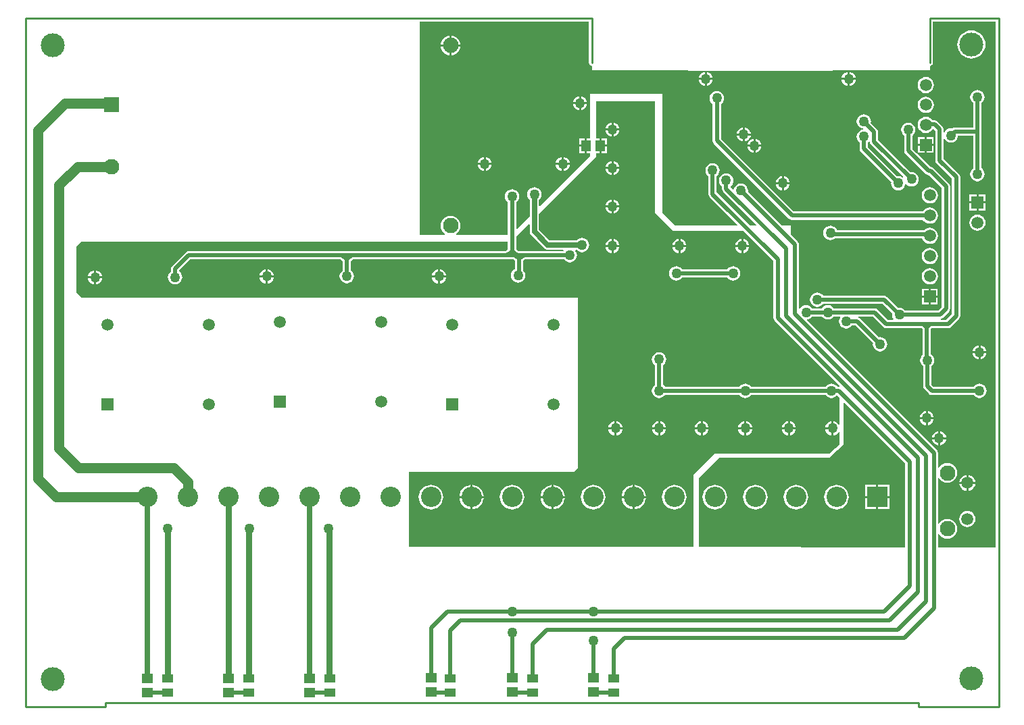
<source format=gbl>
G04*
G04 #@! TF.GenerationSoftware,Altium Limited,Altium Designer,20.0.2 (26)*
G04*
G04 Layer_Physical_Order=2*
G04 Layer_Color=16711680*
%FSLAX25Y25*%
%MOIN*%
G70*
G01*
G75*
%ADD11C,0.01000*%
%ADD48R,0.05512X0.04724*%
%ADD49R,0.04724X0.05512*%
%ADD51C,0.02000*%
%ADD53C,0.02500*%
%ADD54C,0.03150*%
%ADD55C,0.02953*%
%ADD58C,0.05937*%
%ADD59R,0.05937X0.05937*%
%ADD60R,0.05906X0.05906*%
%ADD61C,0.05906*%
%ADD62C,0.10039*%
%ADD63R,0.10039X0.10039*%
%ADD64C,0.07677*%
%ADD65R,0.07677X0.07677*%
%ADD66C,0.05898*%
%ADD67C,0.11811*%
%ADD68C,0.05000*%
%ADD69R,0.05709X0.04331*%
%ADD70C,0.05000*%
G36*
X605471Y209879D02*
X605117Y209526D01*
X577039Y209617D01*
Y216227D01*
X577539Y216313D01*
X578246Y215392D01*
X579257Y214616D01*
X580434Y214128D01*
X581697Y213962D01*
X582960Y214128D01*
X584137Y214616D01*
X585148Y215392D01*
X585923Y216402D01*
X586411Y217579D01*
X586577Y218843D01*
X586411Y220106D01*
X585923Y221283D01*
X585148Y222293D01*
X584137Y223069D01*
X582960Y223557D01*
X581697Y223723D01*
X580434Y223557D01*
X579257Y223069D01*
X578246Y222293D01*
X577539Y221372D01*
X577039Y221458D01*
Y243825D01*
X577539Y243911D01*
X578246Y242990D01*
X579257Y242214D01*
X580434Y241727D01*
X581697Y241561D01*
X582960Y241727D01*
X584137Y242214D01*
X585148Y242990D01*
X585923Y244001D01*
X586411Y245178D01*
X586577Y246441D01*
X586411Y247704D01*
X585923Y248881D01*
X585148Y249892D01*
X584137Y250667D01*
X582960Y251155D01*
X581697Y251321D01*
X580434Y251155D01*
X579257Y250667D01*
X578246Y249892D01*
X577539Y248971D01*
X577039Y249057D01*
Y256386D01*
X576884Y257166D01*
X576442Y257828D01*
X512444Y321826D01*
X512605Y322299D01*
X512914Y322340D01*
X513765Y322693D01*
X514496Y323254D01*
X514847Y323711D01*
X519903D01*
X520254Y323254D01*
X520985Y322693D01*
X521836Y322340D01*
X522750Y322220D01*
X523664Y322340D01*
X524515Y322693D01*
X525246Y323254D01*
X525597Y323711D01*
X528661D01*
X528883Y323262D01*
X528693Y323015D01*
X528340Y322164D01*
X528220Y321250D01*
X528340Y320336D01*
X528693Y319485D01*
X529254Y318754D01*
X529985Y318193D01*
X530836Y317840D01*
X531750Y317720D01*
X532664Y317840D01*
X533515Y318193D01*
X534246Y318754D01*
X534597Y319211D01*
X536405D01*
X545045Y310571D01*
X544970Y310000D01*
X545090Y309086D01*
X545443Y308235D01*
X546004Y307504D01*
X546735Y306943D01*
X547586Y306590D01*
X548500Y306470D01*
X549414Y306590D01*
X550265Y306943D01*
X550996Y307504D01*
X551557Y308235D01*
X551910Y309086D01*
X552030Y310000D01*
X551910Y310914D01*
X551557Y311765D01*
X550996Y312496D01*
X550265Y313057D01*
X549414Y313410D01*
X548500Y313530D01*
X547929Y313455D01*
X538692Y322692D01*
X538030Y323134D01*
X537644Y323211D01*
X537693Y323711D01*
X544905D01*
X550058Y318558D01*
X550720Y318116D01*
X551500Y317961D01*
X569097D01*
X569461Y317597D01*
Y304655D01*
X569254Y304496D01*
X568693Y303765D01*
X568340Y302914D01*
X568220Y302000D01*
X568340Y301086D01*
X568693Y300235D01*
X569254Y299504D01*
X569711Y299153D01*
Y289250D01*
X569866Y288470D01*
X570308Y287808D01*
X572558Y285558D01*
X573220Y285116D01*
X574000Y284961D01*
X594653D01*
X595004Y284504D01*
X595735Y283943D01*
X596586Y283590D01*
X597500Y283470D01*
X598414Y283590D01*
X599265Y283943D01*
X599996Y284504D01*
X600557Y285235D01*
X600910Y286086D01*
X601030Y287000D01*
X600910Y287914D01*
X600557Y288765D01*
X599996Y289496D01*
X599265Y290057D01*
X598414Y290410D01*
X597500Y290530D01*
X596586Y290410D01*
X595735Y290057D01*
X595004Y289496D01*
X594653Y289039D01*
X574845D01*
X573789Y290095D01*
Y299153D01*
X574246Y299504D01*
X574807Y300235D01*
X575160Y301086D01*
X575280Y302000D01*
X575160Y302914D01*
X574807Y303765D01*
X574246Y304496D01*
X573539Y305039D01*
Y317597D01*
X573903Y317961D01*
X582000D01*
X582780Y318116D01*
X583442Y318558D01*
X587442Y322558D01*
X587884Y323220D01*
X588039Y324000D01*
Y392500D01*
X587884Y393280D01*
X587442Y393942D01*
X579789Y401595D01*
Y411441D01*
X580289Y411541D01*
X580373Y411338D01*
X580934Y410607D01*
X581665Y410046D01*
X582517Y409693D01*
X583430Y409573D01*
X584344Y409693D01*
X585196Y410046D01*
X585927Y410607D01*
X586488Y411338D01*
X586840Y412189D01*
X586942Y412961D01*
X594461D01*
Y396847D01*
X594004Y396496D01*
X593443Y395765D01*
X593090Y394914D01*
X592970Y394000D01*
X593090Y393086D01*
X593443Y392235D01*
X594004Y391504D01*
X594735Y390943D01*
X595586Y390590D01*
X596500Y390470D01*
X597414Y390590D01*
X598265Y390943D01*
X598996Y391504D01*
X599557Y392235D01*
X599910Y393086D01*
X600030Y394000D01*
X599910Y394914D01*
X599557Y395765D01*
X598996Y396496D01*
X598539Y396847D01*
Y415000D01*
Y429153D01*
X598996Y429504D01*
X599557Y430235D01*
X599910Y431086D01*
X600030Y432000D01*
X599910Y432914D01*
X599557Y433765D01*
X598996Y434496D01*
X598265Y435057D01*
X597414Y435410D01*
X596500Y435530D01*
X595586Y435410D01*
X594735Y435057D01*
X594004Y434496D01*
X593443Y433765D01*
X593090Y432914D01*
X592970Y432000D01*
X593090Y431086D01*
X593443Y430235D01*
X594004Y429504D01*
X594461Y429153D01*
Y417039D01*
X585328D01*
X584547Y416884D01*
X584050Y416552D01*
X583430Y416633D01*
X582517Y416513D01*
X581665Y416160D01*
X580934Y415599D01*
X580373Y414868D01*
X580289Y414665D01*
X579789Y414764D01*
Y416250D01*
X579634Y417030D01*
X579192Y417692D01*
X576942Y419942D01*
X576280Y420384D01*
X575500Y420539D01*
X574296D01*
X573830Y421145D01*
X573001Y421781D01*
X572036Y422181D01*
X571000Y422318D01*
X569964Y422181D01*
X568999Y421781D01*
X568170Y421145D01*
X567533Y420316D01*
X567134Y419351D01*
X566997Y418315D01*
X567134Y417279D01*
X567533Y416314D01*
X568170Y415485D01*
X568999Y414849D01*
X569964Y414449D01*
X571000Y414312D01*
X572036Y414449D01*
X573001Y414849D01*
X573830Y415485D01*
X574305Y416104D01*
X574865Y416193D01*
X574948Y416169D01*
X575711Y415405D01*
Y400750D01*
X575866Y399970D01*
X576308Y399308D01*
X583961Y391655D01*
Y324845D01*
X581155Y322039D01*
X578443D01*
X578394Y322539D01*
X578780Y322616D01*
X579442Y323058D01*
X582442Y326058D01*
X582884Y326720D01*
X583039Y327500D01*
Y388000D01*
X582884Y388780D01*
X582442Y389442D01*
X574942Y396942D01*
X574280Y397384D01*
X573500Y397539D01*
X573345D01*
X566773Y404111D01*
X567087Y404504D01*
X567509Y404504D01*
X570500D01*
Y407972D01*
X567031D01*
Y405001D01*
X567031Y404560D01*
X566639Y404245D01*
X564477Y406407D01*
Y413091D01*
X564934Y413441D01*
X565495Y414172D01*
X565847Y415024D01*
X565968Y415938D01*
X565847Y416851D01*
X565495Y417703D01*
X564934Y418434D01*
X564203Y418995D01*
X563351Y419347D01*
X562437Y419468D01*
X561524Y419347D01*
X560672Y418995D01*
X559941Y418434D01*
X559380Y417703D01*
X559028Y416851D01*
X558907Y415938D01*
X559028Y415024D01*
X559380Y414172D01*
X559941Y413441D01*
X560398Y413091D01*
Y405562D01*
X560554Y404782D01*
X560996Y404121D01*
X571058Y394058D01*
X571720Y393616D01*
X572500Y393461D01*
X572500Y393461D01*
X572655D01*
X578961Y387155D01*
Y328345D01*
X577155Y326539D01*
X560847D01*
X560496Y326996D01*
X559765Y327557D01*
X558914Y327910D01*
X558000Y328030D01*
X557429Y327955D01*
X551942Y333442D01*
X551280Y333884D01*
X550500Y334039D01*
X520347D01*
X519996Y334496D01*
X519265Y335057D01*
X518414Y335410D01*
X517500Y335530D01*
X516586Y335410D01*
X515735Y335057D01*
X515004Y334496D01*
X514443Y333765D01*
X514090Y332914D01*
X513970Y332000D01*
X514090Y331086D01*
X514443Y330235D01*
X515004Y329504D01*
X515735Y328943D01*
X516586Y328590D01*
X517500Y328470D01*
X518414Y328590D01*
X519265Y328943D01*
X519996Y329504D01*
X520347Y329961D01*
X549655D01*
X554545Y325071D01*
X554470Y324500D01*
X554590Y323586D01*
X554943Y322735D01*
X555132Y322488D01*
X554911Y322039D01*
X552345D01*
X547192Y327192D01*
X546530Y327634D01*
X545750Y327789D01*
X525597D01*
X525246Y328246D01*
X524515Y328807D01*
X523664Y329160D01*
X522750Y329280D01*
X521836Y329160D01*
X520985Y328807D01*
X520254Y328246D01*
X519903Y327789D01*
X514847D01*
X514496Y328246D01*
X513765Y328807D01*
X512914Y329160D01*
X512000Y329280D01*
X511086Y329160D01*
X510235Y328807D01*
X509504Y328246D01*
X509039Y327641D01*
X508539Y327794D01*
Y359264D01*
X508384Y360044D01*
X507942Y360706D01*
X504500Y364148D01*
Y368500D01*
X500148D01*
X483337Y385311D01*
X483412Y385882D01*
X483292Y386796D01*
X482939Y387647D01*
X482378Y388378D01*
X481647Y388939D01*
X480796Y389292D01*
X479882Y389412D01*
X478968Y389292D01*
X478117Y388939D01*
X477386Y388378D01*
X476825Y387647D01*
X476472Y386796D01*
X476431Y386487D01*
X475958Y386326D01*
X474712Y387571D01*
X474735Y388094D01*
X475114Y388386D01*
X475675Y389117D01*
X476028Y389968D01*
X476148Y390882D01*
X476028Y391796D01*
X475675Y392647D01*
X475114Y393378D01*
X474383Y393939D01*
X473532Y394292D01*
X472618Y394412D01*
X471704Y394292D01*
X470853Y393939D01*
X470122Y393378D01*
X469561Y392647D01*
X469208Y391796D01*
X469088Y390882D01*
X469208Y389968D01*
X469561Y389117D01*
X470122Y388386D01*
X470579Y388035D01*
Y386782D01*
X470734Y386001D01*
X471176Y385340D01*
X487554Y368962D01*
X487363Y368500D01*
X484384D01*
X467921Y384963D01*
Y393035D01*
X468378Y393386D01*
X468939Y394117D01*
X469292Y394968D01*
X469412Y395882D01*
X469292Y396796D01*
X468939Y397647D01*
X468378Y398378D01*
X467647Y398939D01*
X466796Y399292D01*
X465882Y399412D01*
X464968Y399292D01*
X464117Y398939D01*
X463386Y398378D01*
X462825Y397647D01*
X462472Y396796D01*
X462352Y395882D01*
X462472Y394968D01*
X462825Y394117D01*
X463386Y393386D01*
X463843Y393035D01*
Y384118D01*
X463998Y383338D01*
X464440Y382676D01*
X478154Y368962D01*
X477963Y368500D01*
X447500D01*
X441000Y375000D01*
X441000Y375500D01*
Y433500D01*
X405500Y433500D01*
Y411756D01*
X403957D01*
Y408000D01*
Y404244D01*
X405500D01*
Y403000D01*
X380756Y378256D01*
X380294Y378447D01*
Y381349D01*
X380496Y381504D01*
X381057Y382235D01*
X381410Y383086D01*
X381530Y384000D01*
X381410Y384914D01*
X381057Y385765D01*
X380496Y386496D01*
X379765Y387057D01*
X378914Y387410D01*
X378000Y387530D01*
X377086Y387410D01*
X376235Y387057D01*
X375504Y386496D01*
X374943Y385765D01*
X374590Y384914D01*
X374470Y384000D01*
X374590Y383086D01*
X374943Y382235D01*
X375504Y381504D01*
X375706Y381349D01*
Y373206D01*
X369501Y367001D01*
X369039Y367193D01*
Y380153D01*
X369496Y380504D01*
X370057Y381235D01*
X370410Y382086D01*
X370530Y383000D01*
X370410Y383914D01*
X370057Y384765D01*
X369496Y385496D01*
X368765Y386057D01*
X367914Y386410D01*
X367000Y386530D01*
X366086Y386410D01*
X365235Y386057D01*
X364504Y385496D01*
X363943Y384765D01*
X363590Y383914D01*
X363470Y383000D01*
X363590Y382086D01*
X363943Y381235D01*
X364504Y380504D01*
X364961Y380153D01*
Y364000D01*
X339551Y364000D01*
X339381Y364500D01*
X340112Y365061D01*
X340888Y366072D01*
X341375Y367249D01*
X341542Y368512D01*
X341375Y369775D01*
X340888Y370952D01*
X340112Y371963D01*
X339102Y372738D01*
X337925Y373226D01*
X336661Y373392D01*
X335398Y373226D01*
X334221Y372738D01*
X333210Y371963D01*
X332435Y370952D01*
X331947Y369775D01*
X331781Y368512D01*
X331947Y367249D01*
X332435Y366072D01*
X333210Y365061D01*
X333942Y364500D01*
X333772Y364000D01*
X321500D01*
Y469471D01*
X404971D01*
Y449000D01*
X405087Y448415D01*
X405419Y447919D01*
X405915Y447587D01*
X406500Y447471D01*
Y445300D01*
X453440D01*
X453626Y445176D01*
X454016Y445098D01*
X524882D01*
X525272Y445176D01*
X525457Y445300D01*
X573000D01*
Y447471D01*
X573585Y447587D01*
X574081Y447919D01*
X574413Y448415D01*
X574529Y449000D01*
Y469471D01*
X605471D01*
X605471Y209879D01*
D02*
G37*
G36*
X375706Y369053D02*
Y365500D01*
X375881Y364622D01*
X376378Y363878D01*
X382878Y357378D01*
X383622Y356880D01*
X384500Y356706D01*
X392131D01*
X392409Y356206D01*
X392306Y356039D01*
X371000D01*
X371000Y356039D01*
X371000Y356039D01*
X370099D01*
X369039Y356796D01*
Y363039D01*
X375244Y369244D01*
X375706Y369053D01*
D02*
G37*
G36*
X437500Y375000D02*
X446500Y366000D01*
X481116Y366000D01*
X495961Y351155D01*
Y323000D01*
X496116Y322220D01*
X496558Y321558D01*
X528346Y289770D01*
X528333Y289426D01*
X528000Y289039D01*
X527347D01*
X526996Y289496D01*
X526265Y290057D01*
X525414Y290410D01*
X524500Y290530D01*
X523586Y290410D01*
X522735Y290057D01*
X522004Y289496D01*
X521653Y289039D01*
X484847D01*
X484496Y289496D01*
X483765Y290057D01*
X482914Y290410D01*
X482000Y290530D01*
X481086Y290410D01*
X480235Y290057D01*
X479504Y289496D01*
X479153Y289039D01*
X442347D01*
X441996Y289496D01*
X441539Y289847D01*
Y299653D01*
X441996Y300004D01*
X442557Y300735D01*
X442910Y301586D01*
X443030Y302500D01*
X442910Y303414D01*
X442557Y304265D01*
X441996Y304996D01*
X441265Y305557D01*
X440414Y305910D01*
X439500Y306030D01*
X438586Y305910D01*
X437735Y305557D01*
X437004Y304996D01*
X436443Y304265D01*
X436090Y303414D01*
X435970Y302500D01*
X436090Y301586D01*
X436443Y300735D01*
X437004Y300004D01*
X437461Y299653D01*
Y289847D01*
X437004Y289496D01*
X436443Y288765D01*
X436090Y287914D01*
X435970Y287000D01*
X436090Y286086D01*
X436443Y285235D01*
X437004Y284504D01*
X437735Y283943D01*
X438586Y283590D01*
X439500Y283470D01*
X440414Y283590D01*
X441265Y283943D01*
X441996Y284504D01*
X442347Y284961D01*
X479153D01*
X479504Y284504D01*
X480235Y283943D01*
X481086Y283590D01*
X482000Y283470D01*
X482914Y283590D01*
X483765Y283943D01*
X484496Y284504D01*
X484847Y284961D01*
X521653D01*
X522004Y284504D01*
X522735Y283943D01*
X523586Y283590D01*
X524500Y283470D01*
X525414Y283590D01*
X526265Y283943D01*
X526996Y284504D01*
X527033Y284552D01*
X527532Y284584D01*
X528500Y283616D01*
X528500Y270476D01*
X528283Y270372D01*
X528000Y270340D01*
X527496Y270996D01*
X526765Y271557D01*
X525914Y271910D01*
X525500Y271964D01*
Y268500D01*
Y265036D01*
X525914Y265090D01*
X526765Y265443D01*
X527496Y266004D01*
X528000Y266660D01*
X528283Y266628D01*
X528500Y266524D01*
Y260500D01*
X526500Y258500D01*
X523500Y256000D01*
X467000D01*
X456500Y245500D01*
X456500Y210000D01*
X316000D01*
Y247000D01*
X397400D01*
X399400Y249000D01*
Y333000D01*
X154500D01*
X152000Y335500D01*
Y358000D01*
X154500Y360500D01*
X364961D01*
Y356796D01*
X363901Y356039D01*
X207500D01*
X206720Y355884D01*
X206058Y355442D01*
X199389Y348773D01*
X198947Y348111D01*
X198792Y347331D01*
Y345953D01*
X198335Y345602D01*
X197774Y344871D01*
X197421Y344020D01*
X197301Y343106D01*
X197421Y342192D01*
X197774Y341341D01*
X198335Y340610D01*
X199066Y340049D01*
X199917Y339696D01*
X200831Y339576D01*
X201744Y339696D01*
X202596Y340049D01*
X203327Y340610D01*
X203888Y341341D01*
X204241Y342192D01*
X204361Y343106D01*
X204241Y344020D01*
X203888Y344871D01*
X203327Y345602D01*
X202870Y345953D01*
Y346486D01*
X208345Y351961D01*
X282039D01*
X283461Y351072D01*
Y346453D01*
X283004Y346102D01*
X282443Y345371D01*
X282090Y344520D01*
X281970Y343606D01*
X282090Y342692D01*
X282443Y341841D01*
X283004Y341110D01*
X283735Y340549D01*
X284586Y340196D01*
X285500Y340076D01*
X286414Y340196D01*
X287265Y340549D01*
X287996Y341110D01*
X288557Y341841D01*
X288910Y342692D01*
X289030Y343606D01*
X288910Y344520D01*
X288557Y345371D01*
X287996Y346102D01*
X287539Y346453D01*
Y351072D01*
X288961Y351961D01*
X367000D01*
X367250Y352011D01*
X367362Y351988D01*
X368461Y351204D01*
Y347151D01*
X368235Y347057D01*
X367504Y346496D01*
X366943Y345765D01*
X366590Y344914D01*
X366470Y344000D01*
X366590Y343086D01*
X366943Y342235D01*
X367504Y341504D01*
X368235Y340943D01*
X369086Y340590D01*
X370000Y340470D01*
X370914Y340590D01*
X371765Y340943D01*
X372496Y341504D01*
X373057Y342235D01*
X373410Y343086D01*
X373530Y344000D01*
X373410Y344914D01*
X373057Y345765D01*
X372539Y346440D01*
Y351204D01*
X373599Y351961D01*
X392653D01*
X393004Y351504D01*
X393735Y350943D01*
X394586Y350590D01*
X395500Y350470D01*
X396414Y350590D01*
X397265Y350943D01*
X397996Y351504D01*
X398557Y352235D01*
X398910Y353086D01*
X399030Y354000D01*
X398910Y354914D01*
X398557Y355765D01*
X398271Y356138D01*
X398485Y356586D01*
X398922Y356610D01*
X399004Y356504D01*
X399735Y355943D01*
X400586Y355590D01*
X401500Y355470D01*
X402414Y355590D01*
X403265Y355943D01*
X403996Y356504D01*
X404557Y357235D01*
X404910Y358086D01*
X405030Y359000D01*
X404910Y359914D01*
X404557Y360765D01*
X403996Y361496D01*
X403265Y362057D01*
X402414Y362410D01*
X401500Y362530D01*
X400586Y362410D01*
X399735Y362057D01*
X399004Y361496D01*
X398849Y361294D01*
X385450D01*
X380294Y366450D01*
Y374294D01*
X408500Y402500D01*
Y404244D01*
X410043D01*
Y408000D01*
Y411756D01*
X408500D01*
X408500Y430000D01*
X437500Y430000D01*
X437500Y375000D01*
D02*
G37*
G36*
X370500Y354500D02*
X363500D01*
X367000Y357000D01*
X370500Y354500D01*
D02*
G37*
G36*
Y351000D02*
X367000Y353500D01*
X374000D01*
X370500Y351000D01*
D02*
G37*
G36*
X285500D02*
X281500Y353500D01*
X289500D01*
X285500Y351000D01*
D02*
G37*
G36*
X571500Y317000D02*
X568500Y320000D01*
X574500D01*
X571500Y317000D01*
D02*
G37*
G36*
X560961Y251155D02*
Y210023D01*
X560607Y209670D01*
X459000Y210000D01*
X459000Y244000D01*
X469000Y254000D01*
X523500Y254000D01*
X527500Y257500D01*
X530500Y260500D01*
X530500Y280963D01*
X530962Y281154D01*
X560961Y251155D01*
D02*
G37*
%LPC*%
G36*
X337161Y462303D02*
Y457988D01*
X341476D01*
X341375Y458751D01*
X340888Y459928D01*
X340112Y460939D01*
X339102Y461715D01*
X337925Y462202D01*
X337161Y462303D01*
D02*
G37*
G36*
X336161D02*
X335398Y462202D01*
X334221Y461715D01*
X333210Y460939D01*
X332435Y459928D01*
X331947Y458751D01*
X331847Y457988D01*
X336161D01*
Y462303D01*
D02*
G37*
G36*
X341476Y456988D02*
X337161D01*
Y452674D01*
X337925Y452774D01*
X339102Y453262D01*
X340112Y454037D01*
X340888Y455048D01*
X341375Y456225D01*
X341476Y456988D01*
D02*
G37*
G36*
X336161D02*
X331847D01*
X331947Y456225D01*
X332435Y455048D01*
X333210Y454037D01*
X334221Y453262D01*
X335398Y452774D01*
X336161Y452674D01*
Y456988D01*
D02*
G37*
G36*
X593500Y464939D02*
X592146Y464806D01*
X590845Y464411D01*
X589645Y463769D01*
X588593Y462907D01*
X587731Y461855D01*
X587089Y460655D01*
X586694Y459354D01*
X586561Y458000D01*
X586694Y456646D01*
X587089Y455345D01*
X587731Y454145D01*
X588593Y453093D01*
X589645Y452231D01*
X590845Y451589D01*
X592146Y451194D01*
X593500Y451061D01*
X594854Y451194D01*
X596155Y451589D01*
X597355Y452231D01*
X598407Y453093D01*
X599269Y454145D01*
X599911Y455345D01*
X600306Y456646D01*
X600439Y458000D01*
X600306Y459354D01*
X599911Y460655D01*
X599269Y461855D01*
X598407Y462907D01*
X597355Y463769D01*
X596155Y464411D01*
X594854Y464806D01*
X593500Y464939D01*
D02*
G37*
G36*
X533500Y444464D02*
Y441500D01*
X536464D01*
X536410Y441914D01*
X536057Y442765D01*
X535496Y443496D01*
X534765Y444057D01*
X533914Y444410D01*
X533500Y444464D01*
D02*
G37*
G36*
X532500D02*
X532086Y444410D01*
X531235Y444057D01*
X530504Y443496D01*
X529943Y442765D01*
X529590Y441914D01*
X529536Y441500D01*
X532500D01*
Y444464D01*
D02*
G37*
G36*
X463000D02*
Y441500D01*
X465964D01*
X465910Y441914D01*
X465557Y442765D01*
X464996Y443496D01*
X464265Y444057D01*
X463414Y444410D01*
X463000Y444464D01*
D02*
G37*
G36*
X462000D02*
X461586Y444410D01*
X460735Y444057D01*
X460004Y443496D01*
X459443Y442765D01*
X459090Y441914D01*
X459036Y441500D01*
X462000D01*
Y444464D01*
D02*
G37*
G36*
X536464Y440500D02*
X533500D01*
Y437536D01*
X533914Y437590D01*
X534765Y437943D01*
X535496Y438504D01*
X536057Y439235D01*
X536410Y440086D01*
X536464Y440500D01*
D02*
G37*
G36*
X532500D02*
X529536D01*
X529590Y440086D01*
X529943Y439235D01*
X530504Y438504D01*
X531235Y437943D01*
X532086Y437590D01*
X532500Y437536D01*
Y440500D01*
D02*
G37*
G36*
X465964D02*
X463000D01*
Y437536D01*
X463414Y437590D01*
X464265Y437943D01*
X464996Y438504D01*
X465557Y439235D01*
X465910Y440086D01*
X465964Y440500D01*
D02*
G37*
G36*
X462000D02*
X459036D01*
X459090Y440086D01*
X459443Y439235D01*
X460004Y438504D01*
X460735Y437943D01*
X461586Y437590D01*
X462000Y437536D01*
Y440500D01*
D02*
G37*
G36*
X571000Y442003D02*
X569964Y441866D01*
X568999Y441467D01*
X568170Y440830D01*
X567533Y440001D01*
X567134Y439036D01*
X566997Y438000D01*
X567134Y436964D01*
X567533Y435999D01*
X568170Y435170D01*
X568999Y434534D01*
X569964Y434134D01*
X571000Y433997D01*
X572036Y434134D01*
X573001Y434534D01*
X573830Y435170D01*
X574467Y435999D01*
X574866Y436964D01*
X575003Y438000D01*
X574866Y439036D01*
X574467Y440001D01*
X573830Y440830D01*
X573001Y441467D01*
X572036Y441866D01*
X571000Y442003D01*
D02*
G37*
G36*
X401000Y432464D02*
Y429500D01*
X403964D01*
X403910Y429914D01*
X403557Y430765D01*
X402996Y431496D01*
X402265Y432057D01*
X401414Y432410D01*
X401000Y432464D01*
D02*
G37*
G36*
X400000D02*
X399586Y432410D01*
X398735Y432057D01*
X398004Y431496D01*
X397443Y430765D01*
X397090Y429914D01*
X397036Y429500D01*
X400000D01*
Y432464D01*
D02*
G37*
G36*
X403964Y428500D02*
X401000D01*
Y425536D01*
X401414Y425590D01*
X402265Y425943D01*
X402996Y426504D01*
X403557Y427235D01*
X403910Y428086D01*
X403964Y428500D01*
D02*
G37*
G36*
X400000D02*
X397036D01*
X397090Y428086D01*
X397443Y427235D01*
X398004Y426504D01*
X398735Y425943D01*
X399586Y425590D01*
X400000Y425536D01*
Y428500D01*
D02*
G37*
G36*
X571000Y432160D02*
X569964Y432024D01*
X568999Y431624D01*
X568170Y430988D01*
X567533Y430159D01*
X567134Y429193D01*
X566997Y428158D01*
X567134Y427121D01*
X567533Y426156D01*
X568170Y425327D01*
X568999Y424691D01*
X569964Y424291D01*
X571000Y424155D01*
X572036Y424291D01*
X573001Y424691D01*
X573830Y425327D01*
X574467Y426156D01*
X574866Y427121D01*
X575003Y428158D01*
X574866Y429193D01*
X574467Y430159D01*
X573830Y430988D01*
X573001Y431624D01*
X572036Y432024D01*
X571000Y432160D01*
D02*
G37*
G36*
X481748Y417083D02*
Y414118D01*
X484712D01*
X484658Y414532D01*
X484305Y415383D01*
X483744Y416114D01*
X483013Y416675D01*
X482162Y417028D01*
X481748Y417083D01*
D02*
G37*
G36*
X480748D02*
X480334Y417028D01*
X479483Y416675D01*
X478752Y416114D01*
X478191Y415383D01*
X477838Y414532D01*
X477784Y414118D01*
X480748D01*
Y417083D01*
D02*
G37*
G36*
X484712Y413118D02*
X481748D01*
Y410154D01*
X482162Y410208D01*
X483013Y410561D01*
X483744Y411122D01*
X484305Y411853D01*
X484658Y412704D01*
X484712Y413118D01*
D02*
G37*
G36*
X480748D02*
X477784D01*
X477838Y412704D01*
X478191Y411853D01*
X478752Y411122D01*
X479483Y410561D01*
X480334Y410208D01*
X480748Y410154D01*
Y413118D01*
D02*
G37*
G36*
X574968Y412441D02*
X571500D01*
Y408972D01*
X574968D01*
Y412441D01*
D02*
G37*
G36*
X570500D02*
X567031D01*
Y408972D01*
X570500D01*
Y412441D01*
D02*
G37*
G36*
X402957Y411756D02*
X400095D01*
Y408500D01*
X402957D01*
Y411756D01*
D02*
G37*
G36*
X487000Y411464D02*
Y408500D01*
X489964D01*
X489910Y408914D01*
X489557Y409765D01*
X488996Y410496D01*
X488265Y411057D01*
X487414Y411410D01*
X487000Y411464D01*
D02*
G37*
G36*
X486000D02*
X485586Y411410D01*
X484735Y411057D01*
X484004Y410496D01*
X483443Y409765D01*
X483090Y408914D01*
X483036Y408500D01*
X486000D01*
Y411464D01*
D02*
G37*
G36*
X489964Y407500D02*
X487000D01*
Y404536D01*
X487414Y404590D01*
X488265Y404943D01*
X488996Y405504D01*
X489557Y406235D01*
X489910Y407086D01*
X489964Y407500D01*
D02*
G37*
G36*
X486000D02*
X483036D01*
X483090Y407086D01*
X483443Y406235D01*
X484004Y405504D01*
X484735Y404943D01*
X485586Y404590D01*
X486000Y404536D01*
Y407500D01*
D02*
G37*
G36*
X574968Y407972D02*
X571500D01*
Y404504D01*
X574968D01*
Y407972D01*
D02*
G37*
G36*
X402957Y407500D02*
X400095D01*
Y404244D01*
X402957D01*
Y407500D01*
D02*
G37*
G36*
X392500Y402464D02*
Y399500D01*
X395464D01*
X395410Y399914D01*
X395057Y400765D01*
X394496Y401496D01*
X393765Y402057D01*
X392914Y402410D01*
X392500Y402464D01*
D02*
G37*
G36*
X391500D02*
X391086Y402410D01*
X390235Y402057D01*
X389504Y401496D01*
X388943Y400765D01*
X388590Y399914D01*
X388536Y399500D01*
X391500D01*
Y402464D01*
D02*
G37*
G36*
X354000D02*
Y399500D01*
X356964D01*
X356910Y399914D01*
X356557Y400765D01*
X355996Y401496D01*
X355265Y402057D01*
X354414Y402410D01*
X354000Y402464D01*
D02*
G37*
G36*
X353000D02*
X352586Y402410D01*
X351735Y402057D01*
X351004Y401496D01*
X350443Y400765D01*
X350090Y399914D01*
X350036Y399500D01*
X353000D01*
Y402464D01*
D02*
G37*
G36*
X395464Y398500D02*
X392500D01*
Y395536D01*
X392914Y395590D01*
X393765Y395943D01*
X394496Y396504D01*
X395057Y397235D01*
X395410Y398086D01*
X395464Y398500D01*
D02*
G37*
G36*
X391500D02*
X388536D01*
X388590Y398086D01*
X388943Y397235D01*
X389504Y396504D01*
X390235Y395943D01*
X391086Y395590D01*
X391500Y395536D01*
Y398500D01*
D02*
G37*
G36*
X356964D02*
X354000D01*
Y395536D01*
X354414Y395590D01*
X355265Y395943D01*
X355996Y396504D01*
X356557Y397235D01*
X356910Y398086D01*
X356964Y398500D01*
D02*
G37*
G36*
X353000D02*
X350036D01*
X350090Y398086D01*
X350443Y397235D01*
X351004Y396504D01*
X351735Y395943D01*
X352586Y395590D01*
X353000Y395536D01*
Y398500D01*
D02*
G37*
G36*
X501000Y392964D02*
Y390000D01*
X503964D01*
X503910Y390414D01*
X503557Y391265D01*
X502996Y391996D01*
X502265Y392557D01*
X501414Y392910D01*
X501000Y392964D01*
D02*
G37*
G36*
X500000D02*
X499586Y392910D01*
X498735Y392557D01*
X498004Y391996D01*
X497443Y391265D01*
X497090Y390414D01*
X497036Y390000D01*
X500000D01*
Y392964D01*
D02*
G37*
G36*
X540500Y423530D02*
X539586Y423410D01*
X538735Y423057D01*
X538004Y422496D01*
X537443Y421765D01*
X537090Y420914D01*
X536970Y420000D01*
X537090Y419086D01*
X537443Y418235D01*
X538004Y417504D01*
X538735Y416943D01*
X539586Y416590D01*
X540254Y416502D01*
Y415998D01*
X539586Y415910D01*
X538735Y415557D01*
X538004Y414996D01*
X537443Y414265D01*
X537090Y413414D01*
X536970Y412500D01*
X537090Y411586D01*
X537443Y410735D01*
X538004Y410004D01*
X538461Y409653D01*
Y406500D01*
X538616Y405720D01*
X539058Y405058D01*
X554045Y390071D01*
X553970Y389500D01*
X554090Y388586D01*
X554443Y387735D01*
X555004Y387004D01*
X555735Y386443D01*
X556586Y386090D01*
X557500Y385970D01*
X558414Y386090D01*
X559265Y386443D01*
X559996Y387004D01*
X560557Y387735D01*
X560910Y388586D01*
X560952Y388902D01*
X561474Y389042D01*
X561504Y389004D01*
X562235Y388443D01*
X563086Y388090D01*
X564000Y387970D01*
X564914Y388090D01*
X565765Y388443D01*
X566496Y389004D01*
X567057Y389735D01*
X567410Y390586D01*
X567530Y391500D01*
X567410Y392414D01*
X567057Y393265D01*
X566496Y393996D01*
X565765Y394557D01*
X564914Y394910D01*
X564000Y395030D01*
X563429Y394955D01*
X547539Y410845D01*
Y415000D01*
X547384Y415780D01*
X546942Y416442D01*
X543955Y419429D01*
X544030Y420000D01*
X543910Y420914D01*
X543557Y421765D01*
X542996Y422496D01*
X542265Y423057D01*
X541414Y423410D01*
X540500Y423530D01*
D02*
G37*
G36*
X503964Y389000D02*
X501000D01*
Y386036D01*
X501414Y386090D01*
X502265Y386443D01*
X502996Y387004D01*
X503557Y387735D01*
X503910Y388586D01*
X503964Y389000D01*
D02*
G37*
G36*
X500000D02*
X497036D01*
X497090Y388586D01*
X497443Y387735D01*
X498004Y387004D01*
X498735Y386443D01*
X499586Y386090D01*
X500000Y386036D01*
Y389000D01*
D02*
G37*
G36*
X600453Y383953D02*
X597000D01*
Y380500D01*
X600453D01*
Y383953D01*
D02*
G37*
G36*
X596000D02*
X592547D01*
Y380500D01*
X596000D01*
Y383953D01*
D02*
G37*
G36*
X573000Y387487D02*
X571968Y387351D01*
X571007Y386953D01*
X570181Y386319D01*
X569547Y385493D01*
X569149Y384532D01*
X569013Y383500D01*
X569149Y382468D01*
X569547Y381507D01*
X570181Y380681D01*
X571007Y380047D01*
X571968Y379649D01*
X573000Y379513D01*
X574032Y379649D01*
X574993Y380047D01*
X575819Y380681D01*
X576453Y381507D01*
X576851Y382468D01*
X576987Y383500D01*
X576851Y384532D01*
X576453Y385493D01*
X575819Y386319D01*
X574993Y386953D01*
X574032Y387351D01*
X573000Y387487D01*
D02*
G37*
G36*
X600453Y379500D02*
X597000D01*
Y376047D01*
X600453D01*
Y379500D01*
D02*
G37*
G36*
X596000D02*
X592547D01*
Y376047D01*
X596000D01*
Y379500D01*
D02*
G37*
G36*
X468000Y435030D02*
X467086Y434910D01*
X466235Y434557D01*
X465504Y433996D01*
X464943Y433265D01*
X464590Y432414D01*
X464470Y431500D01*
X464590Y430586D01*
X464943Y429735D01*
X465504Y429004D01*
X465961Y428653D01*
Y410500D01*
X466116Y409720D01*
X466558Y409058D01*
X503558Y372058D01*
X504220Y371616D01*
X505000Y371461D01*
X569582D01*
X570181Y370681D01*
X571007Y370047D01*
X571968Y369649D01*
X573000Y369513D01*
X574032Y369649D01*
X574993Y370047D01*
X575819Y370681D01*
X576453Y371507D01*
X576851Y372468D01*
X576987Y373500D01*
X576851Y374532D01*
X576453Y375493D01*
X575819Y376319D01*
X574993Y376953D01*
X574032Y377351D01*
X573000Y377487D01*
X571968Y377351D01*
X571007Y376953D01*
X570181Y376319D01*
X569582Y375539D01*
X505845D01*
X470039Y411345D01*
Y428653D01*
X470496Y429004D01*
X471057Y429735D01*
X471410Y430586D01*
X471530Y431500D01*
X471410Y432414D01*
X471057Y433265D01*
X470496Y433996D01*
X469765Y434557D01*
X468914Y434910D01*
X468000Y435030D01*
D02*
G37*
G36*
X596500Y373987D02*
X595468Y373851D01*
X594507Y373453D01*
X593681Y372819D01*
X593047Y371993D01*
X592649Y371032D01*
X592513Y370000D01*
X592649Y368968D01*
X593047Y368007D01*
X593681Y367181D01*
X594507Y366547D01*
X595468Y366149D01*
X596500Y366013D01*
X597532Y366149D01*
X598493Y366547D01*
X599319Y367181D01*
X599953Y368007D01*
X600351Y368968D01*
X600487Y370000D01*
X600351Y371032D01*
X599953Y371993D01*
X599319Y372819D01*
X598493Y373453D01*
X597532Y373851D01*
X596500Y373987D01*
D02*
G37*
G36*
X524000Y368530D02*
X523086Y368410D01*
X522235Y368057D01*
X521504Y367496D01*
X520943Y366765D01*
X520590Y365914D01*
X520470Y365000D01*
X520590Y364086D01*
X520943Y363235D01*
X521504Y362504D01*
X522235Y361943D01*
X523086Y361590D01*
X524000Y361470D01*
X524914Y361590D01*
X525765Y361943D01*
X526111Y362208D01*
X569257D01*
X569547Y361507D01*
X570181Y360681D01*
X571007Y360047D01*
X571968Y359649D01*
X573000Y359513D01*
X574032Y359649D01*
X574993Y360047D01*
X575819Y360681D01*
X576453Y361507D01*
X576851Y362468D01*
X576987Y363500D01*
X576851Y364532D01*
X576453Y365493D01*
X575819Y366319D01*
X574993Y366953D01*
X574032Y367351D01*
X573000Y367487D01*
X571968Y367351D01*
X571007Y366953D01*
X570181Y366319D01*
X570156Y366286D01*
X527255D01*
X527057Y366765D01*
X526496Y367496D01*
X525765Y368057D01*
X524914Y368410D01*
X524000Y368530D01*
D02*
G37*
G36*
X573000Y357487D02*
X571968Y357351D01*
X571007Y356953D01*
X570181Y356319D01*
X569547Y355493D01*
X569149Y354532D01*
X569013Y353500D01*
X569149Y352468D01*
X569547Y351507D01*
X570181Y350681D01*
X571007Y350047D01*
X571968Y349649D01*
X573000Y349513D01*
X574032Y349649D01*
X574993Y350047D01*
X575819Y350681D01*
X576453Y351507D01*
X576851Y352468D01*
X576987Y353500D01*
X576851Y354532D01*
X576453Y355493D01*
X575819Y356319D01*
X574993Y356953D01*
X574032Y357351D01*
X573000Y357487D01*
D02*
G37*
G36*
Y347487D02*
X571968Y347351D01*
X571007Y346953D01*
X570181Y346319D01*
X569547Y345493D01*
X569149Y344532D01*
X569013Y343500D01*
X569149Y342468D01*
X569547Y341507D01*
X570181Y340681D01*
X571007Y340047D01*
X571968Y339649D01*
X573000Y339513D01*
X574032Y339649D01*
X574993Y340047D01*
X575819Y340681D01*
X576453Y341507D01*
X576851Y342468D01*
X576987Y343500D01*
X576851Y344532D01*
X576453Y345493D01*
X575819Y346319D01*
X574993Y346953D01*
X574032Y347351D01*
X573000Y347487D01*
D02*
G37*
G36*
X576953Y337453D02*
X573500D01*
Y334000D01*
X576953D01*
Y337453D01*
D02*
G37*
G36*
X572500D02*
X569047D01*
Y334000D01*
X572500D01*
Y337453D01*
D02*
G37*
G36*
X576953Y333000D02*
X573500D01*
Y329547D01*
X576953D01*
Y333000D01*
D02*
G37*
G36*
X572500D02*
X569047D01*
Y329547D01*
X572500D01*
Y333000D01*
D02*
G37*
G36*
X598000Y309464D02*
Y306500D01*
X600964D01*
X600910Y306914D01*
X600557Y307765D01*
X599996Y308496D01*
X599265Y309057D01*
X598414Y309410D01*
X598000Y309464D01*
D02*
G37*
G36*
X597000D02*
X596586Y309410D01*
X595735Y309057D01*
X595004Y308496D01*
X594443Y307765D01*
X594090Y306914D01*
X594036Y306500D01*
X597000D01*
Y309464D01*
D02*
G37*
G36*
X600964Y305500D02*
X598000D01*
Y302536D01*
X598414Y302590D01*
X599265Y302943D01*
X599996Y303504D01*
X600557Y304235D01*
X600910Y305086D01*
X600964Y305500D01*
D02*
G37*
G36*
X597000D02*
X594036D01*
X594090Y305086D01*
X594443Y304235D01*
X595004Y303504D01*
X595735Y302943D01*
X596586Y302590D01*
X597000Y302536D01*
Y305500D01*
D02*
G37*
G36*
X572000Y276964D02*
Y274000D01*
X574964D01*
X574910Y274414D01*
X574557Y275265D01*
X573996Y275996D01*
X573265Y276557D01*
X572414Y276910D01*
X572000Y276964D01*
D02*
G37*
G36*
X571000D02*
X570586Y276910D01*
X569735Y276557D01*
X569004Y275996D01*
X568443Y275265D01*
X568090Y274414D01*
X568036Y274000D01*
X571000D01*
Y276964D01*
D02*
G37*
G36*
X574964Y273000D02*
X572000D01*
Y270036D01*
X572414Y270090D01*
X573265Y270443D01*
X573996Y271004D01*
X574557Y271735D01*
X574910Y272586D01*
X574964Y273000D01*
D02*
G37*
G36*
X571000D02*
X568036D01*
X568090Y272586D01*
X568443Y271735D01*
X569004Y271004D01*
X569735Y270443D01*
X570586Y270090D01*
X571000Y270036D01*
Y273000D01*
D02*
G37*
G36*
X578100Y267064D02*
Y264100D01*
X581064D01*
X581010Y264514D01*
X580657Y265365D01*
X580096Y266096D01*
X579365Y266657D01*
X578514Y267010D01*
X578100Y267064D01*
D02*
G37*
G36*
X577100D02*
X576686Y267010D01*
X575835Y266657D01*
X575104Y266096D01*
X574543Y265365D01*
X574190Y264514D01*
X574136Y264100D01*
X577100D01*
Y267064D01*
D02*
G37*
G36*
X581064Y263100D02*
X578100D01*
Y260136D01*
X578514Y260190D01*
X579365Y260543D01*
X580096Y261104D01*
X580657Y261835D01*
X581010Y262686D01*
X581064Y263100D01*
D02*
G37*
G36*
X577100D02*
X574136D01*
X574190Y262686D01*
X574543Y261835D01*
X575104Y261104D01*
X575835Y260543D01*
X576686Y260190D01*
X577100Y260136D01*
Y263100D01*
D02*
G37*
G36*
X592000Y245417D02*
Y242000D01*
X595417D01*
X595347Y242531D01*
X594949Y243491D01*
X594316Y244316D01*
X593491Y244949D01*
X592531Y245347D01*
X592000Y245417D01*
D02*
G37*
G36*
X591000D02*
X590469Y245347D01*
X589509Y244949D01*
X588684Y244316D01*
X588051Y243491D01*
X587653Y242531D01*
X587583Y242000D01*
X591000D01*
Y245417D01*
D02*
G37*
G36*
X595417Y241000D02*
X592000D01*
Y237583D01*
X592531Y237653D01*
X593491Y238051D01*
X594316Y238684D01*
X594949Y239509D01*
X595347Y240469D01*
X595417Y241000D01*
D02*
G37*
G36*
X591000D02*
X587583D01*
X587653Y240469D01*
X588051Y239509D01*
X588684Y238684D01*
X589509Y238051D01*
X590469Y237653D01*
X591000Y237583D01*
Y241000D01*
D02*
G37*
G36*
X591500Y227766D02*
X590469Y227631D01*
X589509Y227233D01*
X588684Y226600D01*
X588051Y225775D01*
X587653Y224814D01*
X587517Y223783D01*
X587653Y222753D01*
X588051Y221792D01*
X588684Y220967D01*
X589509Y220334D01*
X590469Y219936D01*
X591500Y219801D01*
X592531Y219936D01*
X593491Y220334D01*
X594316Y220967D01*
X594949Y221792D01*
X595347Y222753D01*
X595483Y223783D01*
X595347Y224814D01*
X594949Y225775D01*
X594316Y226600D01*
X593491Y227233D01*
X592531Y227631D01*
X591500Y227766D01*
D02*
G37*
%LPD*%
G36*
X543494Y409831D02*
X543616Y409220D01*
X544058Y408558D01*
X559968Y392648D01*
X559638Y392271D01*
X559265Y392557D01*
X558414Y392910D01*
X557500Y393030D01*
X556929Y392955D01*
X542539Y407345D01*
Y409653D01*
X542968Y409982D01*
X543050Y409985D01*
X543494Y409831D01*
D02*
G37*
%LPC*%
G36*
X417000Y419464D02*
Y416500D01*
X419964D01*
X419910Y416914D01*
X419557Y417765D01*
X418996Y418496D01*
X418265Y419057D01*
X417414Y419410D01*
X417000Y419464D01*
D02*
G37*
G36*
X416000D02*
X415586Y419410D01*
X414735Y419057D01*
X414004Y418496D01*
X413443Y417765D01*
X413090Y416914D01*
X413036Y416500D01*
X416000D01*
Y419464D01*
D02*
G37*
G36*
X419964Y415500D02*
X417000D01*
Y412536D01*
X417414Y412590D01*
X418265Y412943D01*
X418996Y413504D01*
X419557Y414235D01*
X419910Y415086D01*
X419964Y415500D01*
D02*
G37*
G36*
X416000D02*
X413036D01*
X413090Y415086D01*
X413443Y414235D01*
X414004Y413504D01*
X414735Y412943D01*
X415586Y412590D01*
X416000Y412536D01*
Y415500D01*
D02*
G37*
G36*
X413905Y411756D02*
X411043D01*
Y408500D01*
X413905D01*
Y411756D01*
D02*
G37*
G36*
Y407500D02*
X411043D01*
Y404244D01*
X413905D01*
Y407500D01*
D02*
G37*
G36*
X417000Y400464D02*
Y397500D01*
X419964D01*
X419910Y397914D01*
X419557Y398765D01*
X418996Y399496D01*
X418265Y400057D01*
X417414Y400410D01*
X417000Y400464D01*
D02*
G37*
G36*
X416000D02*
X415586Y400410D01*
X414735Y400057D01*
X414004Y399496D01*
X413443Y398765D01*
X413090Y397914D01*
X413036Y397500D01*
X416000D01*
Y400464D01*
D02*
G37*
G36*
X419964Y396500D02*
X417000D01*
Y393536D01*
X417414Y393590D01*
X418265Y393943D01*
X418996Y394504D01*
X419557Y395235D01*
X419910Y396086D01*
X419964Y396500D01*
D02*
G37*
G36*
X416000D02*
X413036D01*
X413090Y396086D01*
X413443Y395235D01*
X414004Y394504D01*
X414735Y393943D01*
X415586Y393590D01*
X416000Y393536D01*
Y396500D01*
D02*
G37*
G36*
X417000Y381464D02*
Y378500D01*
X419964D01*
X419910Y378914D01*
X419557Y379765D01*
X418996Y380496D01*
X418265Y381057D01*
X417414Y381410D01*
X417000Y381464D01*
D02*
G37*
G36*
X416000D02*
X415586Y381410D01*
X414735Y381057D01*
X414004Y380496D01*
X413443Y379765D01*
X413090Y378914D01*
X413036Y378500D01*
X416000D01*
Y381464D01*
D02*
G37*
G36*
X419964Y377500D02*
X417000D01*
Y374536D01*
X417414Y374590D01*
X418265Y374943D01*
X418996Y375504D01*
X419557Y376235D01*
X419910Y377086D01*
X419964Y377500D01*
D02*
G37*
G36*
X416000D02*
X413036D01*
X413090Y377086D01*
X413443Y376235D01*
X414004Y375504D01*
X414735Y374943D01*
X415586Y374590D01*
X416000Y374536D01*
Y377500D01*
D02*
G37*
G36*
X481000Y361964D02*
Y359000D01*
X483964D01*
X483910Y359414D01*
X483557Y360265D01*
X482996Y360996D01*
X482265Y361557D01*
X481414Y361910D01*
X481000Y361964D01*
D02*
G37*
G36*
X480000D02*
X479586Y361910D01*
X478735Y361557D01*
X478004Y360996D01*
X477443Y360265D01*
X477090Y359414D01*
X477036Y359000D01*
X480000D01*
Y361964D01*
D02*
G37*
G36*
X450000D02*
Y359000D01*
X452964D01*
X452910Y359414D01*
X452557Y360265D01*
X451996Y360996D01*
X451265Y361557D01*
X450414Y361910D01*
X450000Y361964D01*
D02*
G37*
G36*
X449000D02*
X448586Y361910D01*
X447735Y361557D01*
X447004Y360996D01*
X446443Y360265D01*
X446090Y359414D01*
X446036Y359000D01*
X449000D01*
Y361964D01*
D02*
G37*
G36*
X417000D02*
Y359000D01*
X419964D01*
X419910Y359414D01*
X419557Y360265D01*
X418996Y360996D01*
X418265Y361557D01*
X417414Y361910D01*
X417000Y361964D01*
D02*
G37*
G36*
X416000D02*
X415586Y361910D01*
X414735Y361557D01*
X414004Y360996D01*
X413443Y360265D01*
X413090Y359414D01*
X413036Y359000D01*
X416000D01*
Y361964D01*
D02*
G37*
G36*
X483964Y358000D02*
X481000D01*
Y355036D01*
X481414Y355090D01*
X482265Y355443D01*
X482996Y356004D01*
X483557Y356735D01*
X483910Y357586D01*
X483964Y358000D01*
D02*
G37*
G36*
X480000D02*
X477036D01*
X477090Y357586D01*
X477443Y356735D01*
X478004Y356004D01*
X478735Y355443D01*
X479586Y355090D01*
X480000Y355036D01*
Y358000D01*
D02*
G37*
G36*
X452964D02*
X450000D01*
Y355036D01*
X450414Y355090D01*
X451265Y355443D01*
X451996Y356004D01*
X452557Y356735D01*
X452910Y357586D01*
X452964Y358000D01*
D02*
G37*
G36*
X449000D02*
X446036D01*
X446090Y357586D01*
X446443Y356735D01*
X447004Y356004D01*
X447735Y355443D01*
X448586Y355090D01*
X449000Y355036D01*
Y358000D01*
D02*
G37*
G36*
X419964D02*
X417000D01*
Y355036D01*
X417414Y355090D01*
X418265Y355443D01*
X418996Y356004D01*
X419557Y356735D01*
X419910Y357586D01*
X419964Y358000D01*
D02*
G37*
G36*
X416000D02*
X413036D01*
X413090Y357586D01*
X413443Y356735D01*
X414004Y356004D01*
X414735Y355443D01*
X415586Y355090D01*
X416000Y355036D01*
Y358000D01*
D02*
G37*
G36*
X476000Y348530D02*
X475086Y348410D01*
X474235Y348057D01*
X473504Y347496D01*
X473153Y347039D01*
X450847D01*
X450496Y347496D01*
X449765Y348057D01*
X448914Y348410D01*
X448000Y348530D01*
X447086Y348410D01*
X446235Y348057D01*
X445504Y347496D01*
X444943Y346765D01*
X444590Y345914D01*
X444470Y345000D01*
X444590Y344086D01*
X444943Y343235D01*
X445504Y342504D01*
X446235Y341943D01*
X447086Y341590D01*
X448000Y341470D01*
X448914Y341590D01*
X449765Y341943D01*
X450496Y342504D01*
X450847Y342961D01*
X473153D01*
X473504Y342504D01*
X474235Y341943D01*
X475086Y341590D01*
X476000Y341470D01*
X476914Y341590D01*
X477765Y341943D01*
X478496Y342504D01*
X479057Y343235D01*
X479410Y344086D01*
X479530Y345000D01*
X479410Y345914D01*
X479057Y346765D01*
X478496Y347496D01*
X477765Y348057D01*
X476914Y348410D01*
X476000Y348530D01*
D02*
G37*
G36*
X331500Y346964D02*
Y344000D01*
X334464D01*
X334410Y344414D01*
X334057Y345265D01*
X333496Y345996D01*
X332765Y346557D01*
X331914Y346910D01*
X331500Y346964D01*
D02*
G37*
G36*
X330500D02*
X330086Y346910D01*
X329235Y346557D01*
X328504Y345996D01*
X327943Y345265D01*
X327590Y344414D01*
X327536Y344000D01*
X330500D01*
Y346964D01*
D02*
G37*
G36*
X246500D02*
Y344000D01*
X249464D01*
X249410Y344414D01*
X249057Y345265D01*
X248496Y345996D01*
X247765Y346557D01*
X246914Y346910D01*
X246500Y346964D01*
D02*
G37*
G36*
X245500D02*
X245086Y346910D01*
X244235Y346557D01*
X243504Y345996D01*
X242943Y345265D01*
X242590Y344414D01*
X242536Y344000D01*
X245500D01*
Y346964D01*
D02*
G37*
G36*
X161831Y346464D02*
Y343500D01*
X164795D01*
X164741Y343914D01*
X164388Y344765D01*
X163827Y345496D01*
X163096Y346057D01*
X162244Y346410D01*
X161831Y346464D01*
D02*
G37*
G36*
X160831D02*
X160417Y346410D01*
X159566Y346057D01*
X158835Y345496D01*
X158273Y344765D01*
X157921Y343914D01*
X157866Y343500D01*
X160831D01*
Y346464D01*
D02*
G37*
G36*
X334464Y343000D02*
X331500D01*
Y340036D01*
X331914Y340090D01*
X332765Y340443D01*
X333496Y341004D01*
X334057Y341735D01*
X334410Y342586D01*
X334464Y343000D01*
D02*
G37*
G36*
X330500D02*
X327536D01*
X327590Y342586D01*
X327943Y341735D01*
X328504Y341004D01*
X329235Y340443D01*
X330086Y340090D01*
X330500Y340036D01*
Y343000D01*
D02*
G37*
G36*
X249464D02*
X246500D01*
Y340036D01*
X246914Y340090D01*
X247765Y340443D01*
X248496Y341004D01*
X249057Y341735D01*
X249410Y342586D01*
X249464Y343000D01*
D02*
G37*
G36*
X245500D02*
X242536D01*
X242590Y342586D01*
X242943Y341735D01*
X243504Y341004D01*
X244235Y340443D01*
X245086Y340090D01*
X245500Y340036D01*
Y343000D01*
D02*
G37*
G36*
X164795Y342500D02*
X161831D01*
Y339536D01*
X162244Y339590D01*
X163096Y339943D01*
X163827Y340504D01*
X164388Y341235D01*
X164741Y342086D01*
X164795Y342500D01*
D02*
G37*
G36*
X160831D02*
X157866D01*
X157921Y342086D01*
X158273Y341235D01*
X158835Y340504D01*
X159566Y339943D01*
X160417Y339590D01*
X160831Y339536D01*
Y342500D01*
D02*
G37*
G36*
X524500Y271964D02*
X524086Y271910D01*
X523235Y271557D01*
X522504Y270996D01*
X521943Y270265D01*
X521590Y269414D01*
X521536Y269000D01*
X524500D01*
Y271964D01*
D02*
G37*
G36*
X504000D02*
Y269000D01*
X506964D01*
X506910Y269414D01*
X506557Y270265D01*
X505996Y270996D01*
X505265Y271557D01*
X504414Y271910D01*
X504000Y271964D01*
D02*
G37*
G36*
X503000D02*
X502586Y271910D01*
X501735Y271557D01*
X501004Y270996D01*
X500443Y270265D01*
X500090Y269414D01*
X500036Y269000D01*
X503000D01*
Y271964D01*
D02*
G37*
G36*
X482500D02*
Y269000D01*
X485464D01*
X485410Y269414D01*
X485057Y270265D01*
X484496Y270996D01*
X483765Y271557D01*
X482914Y271910D01*
X482500Y271964D01*
D02*
G37*
G36*
X481500D02*
X481086Y271910D01*
X480235Y271557D01*
X479504Y270996D01*
X478943Y270265D01*
X478590Y269414D01*
X478536Y269000D01*
X481500D01*
Y271964D01*
D02*
G37*
G36*
X461000D02*
Y269000D01*
X463964D01*
X463910Y269414D01*
X463557Y270265D01*
X462996Y270996D01*
X462265Y271557D01*
X461414Y271910D01*
X461000Y271964D01*
D02*
G37*
G36*
X460000D02*
X459586Y271910D01*
X458735Y271557D01*
X458004Y270996D01*
X457443Y270265D01*
X457090Y269414D01*
X457036Y269000D01*
X460000D01*
Y271964D01*
D02*
G37*
G36*
X440000D02*
Y269000D01*
X442964D01*
X442910Y269414D01*
X442557Y270265D01*
X441996Y270996D01*
X441265Y271557D01*
X440414Y271910D01*
X440000Y271964D01*
D02*
G37*
G36*
X439000D02*
X438586Y271910D01*
X437735Y271557D01*
X437004Y270996D01*
X436443Y270265D01*
X436090Y269414D01*
X436036Y269000D01*
X439000D01*
Y271964D01*
D02*
G37*
G36*
X418500D02*
Y269000D01*
X421464D01*
X421410Y269414D01*
X421057Y270265D01*
X420496Y270996D01*
X419765Y271557D01*
X418914Y271910D01*
X418500Y271964D01*
D02*
G37*
G36*
X417500D02*
X417086Y271910D01*
X416235Y271557D01*
X415504Y270996D01*
X414943Y270265D01*
X414590Y269414D01*
X414536Y269000D01*
X417500D01*
Y271964D01*
D02*
G37*
G36*
X524500Y268000D02*
X521536D01*
X521590Y267586D01*
X521943Y266735D01*
X522504Y266004D01*
X523235Y265443D01*
X524086Y265090D01*
X524500Y265036D01*
Y268000D01*
D02*
G37*
G36*
X506964D02*
X504000D01*
Y265036D01*
X504414Y265090D01*
X505265Y265443D01*
X505996Y266004D01*
X506557Y266735D01*
X506910Y267586D01*
X506964Y268000D01*
D02*
G37*
G36*
X503000D02*
X500036D01*
X500090Y267586D01*
X500443Y266735D01*
X501004Y266004D01*
X501735Y265443D01*
X502586Y265090D01*
X503000Y265036D01*
Y268000D01*
D02*
G37*
G36*
X485464D02*
X482500D01*
Y265036D01*
X482914Y265090D01*
X483765Y265443D01*
X484496Y266004D01*
X485057Y266735D01*
X485410Y267586D01*
X485464Y268000D01*
D02*
G37*
G36*
X481500D02*
X478536D01*
X478590Y267586D01*
X478943Y266735D01*
X479504Y266004D01*
X480235Y265443D01*
X481086Y265090D01*
X481500Y265036D01*
Y268000D01*
D02*
G37*
G36*
X463964D02*
X461000D01*
Y265036D01*
X461414Y265090D01*
X462265Y265443D01*
X462996Y266004D01*
X463557Y266735D01*
X463910Y267586D01*
X463964Y268000D01*
D02*
G37*
G36*
X460000D02*
X457036D01*
X457090Y267586D01*
X457443Y266735D01*
X458004Y266004D01*
X458735Y265443D01*
X459586Y265090D01*
X460000Y265036D01*
Y268000D01*
D02*
G37*
G36*
X442964D02*
X440000D01*
Y265036D01*
X440414Y265090D01*
X441265Y265443D01*
X441996Y266004D01*
X442557Y266735D01*
X442910Y267586D01*
X442964Y268000D01*
D02*
G37*
G36*
X439000D02*
X436036D01*
X436090Y267586D01*
X436443Y266735D01*
X437004Y266004D01*
X437735Y265443D01*
X438586Y265090D01*
X439000Y265036D01*
Y268000D01*
D02*
G37*
G36*
X421464D02*
X418500D01*
Y265036D01*
X418914Y265090D01*
X419765Y265443D01*
X420496Y266004D01*
X421057Y266735D01*
X421410Y267586D01*
X421464Y268000D01*
D02*
G37*
G36*
X417500D02*
X414536D01*
X414590Y267586D01*
X414943Y266735D01*
X415504Y266004D01*
X416235Y265443D01*
X417086Y265090D01*
X417500Y265036D01*
Y268000D01*
D02*
G37*
G36*
X427500Y240500D02*
Y235000D01*
X433000D01*
X432933Y235680D01*
X432588Y236815D01*
X432029Y237860D01*
X431277Y238777D01*
X430361Y239529D01*
X429315Y240088D01*
X428180Y240433D01*
X427500Y240500D01*
D02*
G37*
G36*
X387500D02*
Y235000D01*
X393000D01*
X392933Y235680D01*
X392588Y236815D01*
X392029Y237860D01*
X391277Y238777D01*
X390360Y239529D01*
X389315Y240088D01*
X388180Y240433D01*
X387500Y240500D01*
D02*
G37*
G36*
X347500D02*
Y235000D01*
X353000D01*
X352933Y235680D01*
X352588Y236815D01*
X352029Y237860D01*
X351277Y238777D01*
X350360Y239529D01*
X349315Y240088D01*
X348180Y240433D01*
X347500Y240500D01*
D02*
G37*
G36*
X426500D02*
X425820Y240433D01*
X424685Y240088D01*
X423639Y239529D01*
X422723Y238777D01*
X421971Y237860D01*
X421412Y236815D01*
X421067Y235680D01*
X421000Y235000D01*
X426500D01*
Y240500D01*
D02*
G37*
G36*
X386500D02*
X385820Y240433D01*
X384685Y240088D01*
X383640Y239529D01*
X382723Y238777D01*
X381971Y237860D01*
X381412Y236815D01*
X381067Y235680D01*
X381000Y235000D01*
X386500D01*
Y240500D01*
D02*
G37*
G36*
X346500D02*
X345820Y240433D01*
X344685Y240088D01*
X343639Y239529D01*
X342723Y238777D01*
X341971Y237860D01*
X341412Y236815D01*
X341067Y235680D01*
X341000Y235000D01*
X346500D01*
Y240500D01*
D02*
G37*
G36*
X433000Y234000D02*
X427500D01*
Y228500D01*
X428180Y228567D01*
X429315Y228912D01*
X430361Y229471D01*
X431277Y230223D01*
X432029Y231139D01*
X432588Y232185D01*
X432933Y233320D01*
X433000Y234000D01*
D02*
G37*
G36*
X393000D02*
X387500D01*
Y228500D01*
X388180Y228567D01*
X389315Y228912D01*
X390360Y229471D01*
X391277Y230223D01*
X392029Y231139D01*
X392588Y232185D01*
X392933Y233320D01*
X393000Y234000D01*
D02*
G37*
G36*
X353000D02*
X347500D01*
Y228500D01*
X348180Y228567D01*
X349315Y228912D01*
X350360Y229471D01*
X351277Y230223D01*
X352029Y231139D01*
X352588Y232185D01*
X352933Y233320D01*
X353000Y234000D01*
D02*
G37*
G36*
X426500D02*
X421000D01*
X421067Y233320D01*
X421412Y232185D01*
X421971Y231139D01*
X422723Y230223D01*
X423639Y229471D01*
X424685Y228912D01*
X425820Y228567D01*
X426500Y228500D01*
Y234000D01*
D02*
G37*
G36*
X386500D02*
X381000D01*
X381067Y233320D01*
X381412Y232185D01*
X381971Y231139D01*
X382723Y230223D01*
X383640Y229471D01*
X384685Y228912D01*
X385820Y228567D01*
X386500Y228500D01*
Y234000D01*
D02*
G37*
G36*
X346500D02*
X341000D01*
X341067Y233320D01*
X341412Y232185D01*
X341971Y231139D01*
X342723Y230223D01*
X343639Y229471D01*
X344685Y228912D01*
X345820Y228567D01*
X346500Y228500D01*
Y234000D01*
D02*
G37*
G36*
X447000Y240549D02*
X445820Y240433D01*
X444685Y240088D01*
X443640Y239529D01*
X442723Y238777D01*
X441971Y237860D01*
X441412Y236815D01*
X441067Y235680D01*
X440951Y234500D01*
X441067Y233320D01*
X441412Y232185D01*
X441971Y231139D01*
X442723Y230223D01*
X443640Y229471D01*
X444685Y228912D01*
X445820Y228567D01*
X447000Y228451D01*
X448180Y228567D01*
X449315Y228912D01*
X450360Y229471D01*
X451277Y230223D01*
X452029Y231139D01*
X452588Y232185D01*
X452933Y233320D01*
X453049Y234500D01*
X452933Y235680D01*
X452588Y236815D01*
X452029Y237860D01*
X451277Y238777D01*
X450360Y239529D01*
X449315Y240088D01*
X448180Y240433D01*
X447000Y240549D01*
D02*
G37*
G36*
X407000D02*
X405820Y240433D01*
X404685Y240088D01*
X403640Y239529D01*
X402723Y238777D01*
X401971Y237860D01*
X401412Y236815D01*
X401067Y235680D01*
X400951Y234500D01*
X401067Y233320D01*
X401412Y232185D01*
X401971Y231139D01*
X402723Y230223D01*
X403640Y229471D01*
X404685Y228912D01*
X405820Y228567D01*
X407000Y228451D01*
X408180Y228567D01*
X409315Y228912D01*
X410360Y229471D01*
X411277Y230223D01*
X412029Y231139D01*
X412588Y232185D01*
X412933Y233320D01*
X413049Y234500D01*
X412933Y235680D01*
X412588Y236815D01*
X412029Y237860D01*
X411277Y238777D01*
X410360Y239529D01*
X409315Y240088D01*
X408180Y240433D01*
X407000Y240549D01*
D02*
G37*
G36*
X367000D02*
X365820Y240433D01*
X364685Y240088D01*
X363639Y239529D01*
X362723Y238777D01*
X361971Y237860D01*
X361412Y236815D01*
X361067Y235680D01*
X360951Y234500D01*
X361067Y233320D01*
X361412Y232185D01*
X361971Y231139D01*
X362723Y230223D01*
X363639Y229471D01*
X364685Y228912D01*
X365820Y228567D01*
X367000Y228451D01*
X368180Y228567D01*
X369315Y228912D01*
X370360Y229471D01*
X371277Y230223D01*
X372029Y231139D01*
X372588Y232185D01*
X372933Y233320D01*
X373049Y234500D01*
X372933Y235680D01*
X372588Y236815D01*
X372029Y237860D01*
X371277Y238777D01*
X370360Y239529D01*
X369315Y240088D01*
X368180Y240433D01*
X367000Y240549D01*
D02*
G37*
G36*
X327000D02*
X325820Y240433D01*
X324685Y240088D01*
X323639Y239529D01*
X322723Y238777D01*
X321971Y237860D01*
X321412Y236815D01*
X321067Y235680D01*
X320951Y234500D01*
X321067Y233320D01*
X321412Y232185D01*
X321971Y231139D01*
X322723Y230223D01*
X323639Y229471D01*
X324685Y228912D01*
X325820Y228567D01*
X327000Y228451D01*
X328180Y228567D01*
X329315Y228912D01*
X330361Y229471D01*
X331277Y230223D01*
X332029Y231139D01*
X332588Y232185D01*
X332933Y233320D01*
X333049Y234500D01*
X332933Y235680D01*
X332588Y236815D01*
X332029Y237860D01*
X331277Y238777D01*
X330361Y239529D01*
X329315Y240088D01*
X328180Y240433D01*
X327000Y240549D01*
D02*
G37*
G36*
X553020Y240520D02*
X547500D01*
Y235000D01*
X553020D01*
Y240520D01*
D02*
G37*
G36*
X546500D02*
X540980D01*
Y235000D01*
X546500D01*
Y240520D01*
D02*
G37*
G36*
X553020Y234000D02*
X547500D01*
Y228480D01*
X553020D01*
Y234000D01*
D02*
G37*
G36*
X546500D02*
X540980D01*
Y228480D01*
X546500D01*
Y234000D01*
D02*
G37*
G36*
X527000Y240549D02*
X525820Y240433D01*
X524685Y240088D01*
X523639Y239529D01*
X522723Y238777D01*
X521971Y237860D01*
X521412Y236815D01*
X521067Y235680D01*
X520951Y234500D01*
X521067Y233320D01*
X521412Y232185D01*
X521971Y231139D01*
X522723Y230223D01*
X523639Y229471D01*
X524685Y228912D01*
X525820Y228567D01*
X527000Y228451D01*
X528180Y228567D01*
X529315Y228912D01*
X530361Y229471D01*
X531277Y230223D01*
X532029Y231139D01*
X532588Y232185D01*
X532933Y233320D01*
X533049Y234500D01*
X532933Y235680D01*
X532588Y236815D01*
X532029Y237860D01*
X531277Y238777D01*
X530361Y239529D01*
X529315Y240088D01*
X528180Y240433D01*
X527000Y240549D01*
D02*
G37*
G36*
X507000D02*
X505820Y240433D01*
X504685Y240088D01*
X503640Y239529D01*
X502723Y238777D01*
X501971Y237860D01*
X501412Y236815D01*
X501067Y235680D01*
X500951Y234500D01*
X501067Y233320D01*
X501412Y232185D01*
X501971Y231139D01*
X502723Y230223D01*
X503640Y229471D01*
X504685Y228912D01*
X505820Y228567D01*
X507000Y228451D01*
X508180Y228567D01*
X509315Y228912D01*
X510360Y229471D01*
X511277Y230223D01*
X512029Y231139D01*
X512588Y232185D01*
X512933Y233320D01*
X513049Y234500D01*
X512933Y235680D01*
X512588Y236815D01*
X512029Y237860D01*
X511277Y238777D01*
X510360Y239529D01*
X509315Y240088D01*
X508180Y240433D01*
X507000Y240549D01*
D02*
G37*
G36*
X487000D02*
X485820Y240433D01*
X484685Y240088D01*
X483639Y239529D01*
X482723Y238777D01*
X481971Y237860D01*
X481412Y236815D01*
X481067Y235680D01*
X480951Y234500D01*
X481067Y233320D01*
X481412Y232185D01*
X481971Y231139D01*
X482723Y230223D01*
X483639Y229471D01*
X484685Y228912D01*
X485820Y228567D01*
X487000Y228451D01*
X488180Y228567D01*
X489315Y228912D01*
X490360Y229471D01*
X491277Y230223D01*
X492029Y231139D01*
X492588Y232185D01*
X492933Y233320D01*
X493049Y234500D01*
X492933Y235680D01*
X492588Y236815D01*
X492029Y237860D01*
X491277Y238777D01*
X490360Y239529D01*
X489315Y240088D01*
X488180Y240433D01*
X487000Y240549D01*
D02*
G37*
G36*
X467000D02*
X465820Y240433D01*
X464685Y240088D01*
X463639Y239529D01*
X462723Y238777D01*
X461971Y237860D01*
X461412Y236815D01*
X461067Y235680D01*
X460951Y234500D01*
X461067Y233320D01*
X461412Y232185D01*
X461971Y231139D01*
X462723Y230223D01*
X463639Y229471D01*
X464685Y228912D01*
X465820Y228567D01*
X467000Y228451D01*
X468180Y228567D01*
X469315Y228912D01*
X470361Y229471D01*
X471277Y230223D01*
X472029Y231139D01*
X472588Y232185D01*
X472933Y233320D01*
X473049Y234500D01*
X472933Y235680D01*
X472588Y236815D01*
X472029Y237860D01*
X471277Y238777D01*
X470361Y239529D01*
X469315Y240088D01*
X468180Y240433D01*
X467000Y240549D01*
D02*
G37*
%LPD*%
D11*
X567500Y131000D02*
X607000D01*
X567500D02*
Y133000D01*
X166500D02*
X567500D01*
X166500Y131000D02*
Y133000D01*
X127000Y131000D02*
X166500D01*
X406500Y449000D02*
Y471000D01*
X573000Y449000D02*
Y471000D01*
X607000D02*
X607000Y131000D01*
X573000Y471000D02*
X607000D01*
X127000D02*
X406500D01*
X127000D02*
X127000Y131000D01*
D48*
X407000Y145240D02*
D03*
Y138154D02*
D03*
X367000Y145240D02*
D03*
Y138154D02*
D03*
X327000Y145240D02*
D03*
Y138154D02*
D03*
X267000Y145043D02*
D03*
Y137957D02*
D03*
X227000Y145043D02*
D03*
Y137957D02*
D03*
X187000D02*
D03*
Y145043D02*
D03*
D49*
X410543Y408000D02*
D03*
X403457D02*
D03*
D51*
X574000Y287000D02*
X597500D01*
X571750Y289250D02*
X574000Y287000D01*
X571750Y289250D02*
Y302000D01*
X505000Y373500D02*
X573000D01*
X468000Y410500D02*
X505000Y373500D01*
X468000Y410500D02*
Y431500D01*
X571500Y320000D02*
X582000D01*
X551500D02*
X571500D01*
Y302250D02*
X571750Y302000D01*
X571500Y302250D02*
Y320000D01*
X586000Y324000D02*
Y392500D01*
X582000Y320000D02*
X586000Y324000D01*
X545750Y325750D02*
X551500Y320000D01*
X522750Y325750D02*
X545750D01*
X517500Y332000D02*
X550500D01*
X558000Y324500D01*
X370500Y344000D02*
Y353500D01*
X335000Y178000D02*
X550500D01*
X581000Y327500D02*
Y388000D01*
X578000Y324500D02*
X581000Y327500D01*
X558000Y324500D02*
X578000D01*
X573500Y395500D02*
X581000Y388000D01*
X448000Y346000D02*
X449000Y345000D01*
X512000Y326500D02*
X512750Y325750D01*
X577750Y400750D02*
X586000Y392500D01*
X572500Y395500D02*
X573500D01*
X562437Y405562D02*
X572500Y395500D01*
X585328Y415000D02*
X596500D01*
X583430Y413103D02*
X585328Y415000D01*
X524753Y364247D02*
X572253D01*
X524000Y365000D02*
X524753Y364247D01*
X572253D02*
X573000Y363500D01*
X596500Y394000D02*
Y415000D01*
X540500Y406500D02*
X557500Y389500D01*
X540500Y406500D02*
Y412500D01*
X545500Y410000D02*
X564000Y391500D01*
X545500Y410000D02*
Y415000D01*
X540500Y420000D02*
X545500Y415000D01*
X577750Y400750D02*
Y416250D01*
X575500Y418500D02*
X577750Y416250D01*
X572500Y418500D02*
X575500D01*
X479882Y385882D02*
X506500Y359264D01*
Y324886D02*
Y359264D01*
X596500Y415000D02*
Y432000D01*
X537250Y321250D02*
X548500Y310000D01*
X531750Y321250D02*
X537250D01*
X472618Y386782D02*
X502000Y357400D01*
X472618Y386782D02*
Y390882D01*
X502000Y324000D02*
Y357400D01*
X417000Y145043D02*
Y159500D01*
Y145000D02*
Y145043D01*
X377000D02*
Y162000D01*
Y145000D02*
Y145043D01*
X336500D02*
Y168500D01*
X341500Y173500D01*
X407000Y145240D02*
Y163500D01*
X367000Y145240D02*
Y167500D01*
X327000Y145240D02*
Y170000D01*
X335000Y178000D01*
X276500Y219000D02*
X276750Y218750D01*
X465882Y384118D02*
X498000Y352000D01*
Y323000D02*
Y352000D01*
Y323000D02*
X567000Y254000D01*
X502000Y324000D02*
X571000Y255000D01*
X465882Y384118D02*
Y395882D01*
X563000Y190500D02*
Y252000D01*
X528000Y287000D02*
X563000Y252000D01*
X524500Y287000D02*
X528000D01*
X567000Y187500D02*
Y254000D01*
X571000Y183000D02*
Y255000D01*
X506500Y324886D02*
X575000Y256386D01*
Y179500D02*
Y256386D01*
X560500Y165000D02*
X575000Y179500D01*
X550500Y178000D02*
X563000Y190500D01*
X553000Y173500D02*
X567000Y187500D01*
X276750Y145293D02*
X277000Y145043D01*
X187000Y137957D02*
X197000D01*
X227000D02*
X237000D01*
X267000D02*
X277000D01*
X336402Y138055D02*
X336500Y137957D01*
X327098Y138055D02*
X336402D01*
X327000Y138154D02*
X327098Y138055D01*
X376902D02*
X377000Y137957D01*
X367098Y138055D02*
X376902D01*
X367000Y138154D02*
X367098Y138055D01*
X407000Y138154D02*
X407098Y138055D01*
X416902D01*
X417000Y137957D01*
X341500Y173500D02*
X553000D01*
X422500Y165000D02*
X560500D01*
X417000Y159500D02*
X422500Y165000D01*
X557000Y169000D02*
X571000Y183000D01*
X384000Y169000D02*
X557000D01*
X377000Y162000D02*
X384000Y169000D01*
X482000Y287000D02*
X524500D01*
X439500D02*
Y302500D01*
X285106Y343606D02*
X285500D01*
Y354000D01*
X200831Y343106D02*
Y347331D01*
X207500Y354000D01*
X367500D02*
X371000D01*
X285500D02*
X367000D01*
Y383000D01*
X370500Y353500D02*
X371000Y354000D01*
X395500D01*
X207500D02*
X285500D01*
X562437Y405562D02*
Y415938D01*
X512750Y325750D02*
X522750D01*
X449000Y345000D02*
X476000D01*
X395500Y354000D02*
Y354250D01*
X439500Y287000D02*
X482000D01*
D53*
X267000Y145043D02*
Y234500D01*
Y145000D02*
Y145043D01*
X187000D02*
Y234500D01*
Y145000D02*
Y145043D01*
X187000Y145043D02*
X187000Y145043D01*
X267000Y145043D02*
X267000Y145043D01*
X384500Y359000D02*
X401500D01*
X378000Y365500D02*
X384500Y359000D01*
X378000Y365500D02*
Y384000D01*
D54*
X276750Y145293D02*
Y218750D01*
X237250Y145293D02*
Y218750D01*
X237500Y219000D01*
X197000Y146000D02*
X198000Y145000D01*
X197000Y146000D02*
Y219000D01*
X237000Y145043D02*
X237250Y145293D01*
X410543Y408000D02*
X410543Y408000D01*
D55*
X227000Y145043D02*
Y234500D01*
Y145000D02*
Y145043D01*
X227000Y145043D02*
X227000Y145043D01*
D58*
X571000Y428158D02*
D03*
Y438000D02*
D03*
Y418315D02*
D03*
X217500Y319521D02*
D03*
Y280151D02*
D03*
X167500Y319521D02*
D03*
X387500D02*
D03*
Y280151D02*
D03*
X337500Y319521D02*
D03*
X302500Y321021D02*
D03*
Y281651D02*
D03*
X252500Y321021D02*
D03*
D59*
X571000Y408472D02*
D03*
X167500Y280151D02*
D03*
X337500D02*
D03*
X252500Y281651D02*
D03*
D60*
X573000Y333500D02*
D03*
X596500Y380000D02*
D03*
D61*
X573000Y343500D02*
D03*
Y353500D02*
D03*
Y363500D02*
D03*
Y373500D02*
D03*
Y383500D02*
D03*
X596500Y370000D02*
D03*
D62*
X187000Y234500D02*
D03*
X207000D02*
D03*
X227000D02*
D03*
X247000D02*
D03*
X267000D02*
D03*
X287000D02*
D03*
X307000D02*
D03*
X327000D02*
D03*
X347000D02*
D03*
X367000D02*
D03*
X387000D02*
D03*
X407000D02*
D03*
X427000D02*
D03*
X447000D02*
D03*
X467000D02*
D03*
X487000D02*
D03*
X507000D02*
D03*
X527000D02*
D03*
D63*
X547000D02*
D03*
D64*
X336661Y368512D02*
D03*
Y457488D02*
D03*
X169339Y397646D02*
D03*
X581697Y218843D02*
D03*
Y246441D02*
D03*
D65*
X169339Y428354D02*
D03*
D66*
X591500Y241500D02*
D03*
Y223783D02*
D03*
D67*
X593500Y145000D02*
D03*
Y458000D02*
D03*
X140500Y457500D02*
D03*
Y144500D02*
D03*
D68*
X577600Y263600D02*
D03*
X597500Y287000D02*
D03*
X517500Y332000D02*
D03*
X558000Y324500D02*
D03*
X583430Y413103D02*
D03*
X596500Y394000D02*
D03*
X564000Y391500D02*
D03*
X596500Y432000D02*
D03*
X486500Y408000D02*
D03*
X481248Y413618D02*
D03*
X557500Y389500D02*
D03*
X540500Y420000D02*
D03*
Y412500D02*
D03*
X531750Y321250D02*
D03*
X524000Y365000D02*
D03*
X462500Y441000D02*
D03*
X533000D02*
D03*
X468000Y431500D02*
D03*
X500500Y389500D02*
D03*
X479882Y385882D02*
D03*
X472618Y390882D02*
D03*
X465882Y395882D02*
D03*
X407000Y178000D02*
D03*
X367000D02*
D03*
X407000Y163500D02*
D03*
X367000Y167500D02*
D03*
X524500Y287000D02*
D03*
X439500Y302500D02*
D03*
X548500Y310000D02*
D03*
X276500Y219000D02*
D03*
X237500D02*
D03*
X197000D02*
D03*
X285500Y343606D02*
D03*
X200831Y343106D02*
D03*
X503500Y268500D02*
D03*
X460500D02*
D03*
X418000D02*
D03*
X400500Y429000D02*
D03*
X331000Y343500D02*
D03*
X246000D02*
D03*
X161331Y343000D02*
D03*
X370000Y344000D02*
D03*
X522750Y325750D02*
D03*
X512000D02*
D03*
X476000Y345000D02*
D03*
X448000D02*
D03*
X395500Y354000D02*
D03*
X401500Y359000D02*
D03*
X480500Y358500D02*
D03*
X571750Y302000D02*
D03*
X562437Y415938D02*
D03*
X378000Y384000D02*
D03*
X597500Y306000D02*
D03*
X482000Y287000D02*
D03*
X439500D02*
D03*
X571500Y273500D02*
D03*
X367000Y383000D02*
D03*
X525000Y268500D02*
D03*
X482000D02*
D03*
X439500D02*
D03*
X392000Y399000D02*
D03*
X353500D02*
D03*
X449500Y358500D02*
D03*
X416500D02*
D03*
Y378000D02*
D03*
Y397000D02*
D03*
Y416000D02*
D03*
D69*
X377000Y137957D02*
D03*
Y145043D02*
D03*
X417000D02*
D03*
Y137957D02*
D03*
X336500Y145043D02*
D03*
Y137957D02*
D03*
X237000Y145043D02*
D03*
Y137957D02*
D03*
X277000Y145043D02*
D03*
Y137957D02*
D03*
X197000D02*
D03*
Y145043D02*
D03*
D70*
X146500Y429000D02*
X167693D01*
X133000Y415500D02*
X146500Y429000D01*
X152646Y397646D02*
X169339D01*
X133000Y243500D02*
X142000Y234500D01*
X133000Y415500D02*
X133000Y243500D01*
X153000Y249000D02*
X200000D01*
X142000Y234500D02*
X187000D01*
X200000Y249000D02*
X207000Y242000D01*
X143500Y388500D02*
X152646Y397646D01*
X143500Y258500D02*
Y388500D01*
Y258500D02*
X153000Y249000D01*
X207000Y234500D02*
Y242000D01*
M02*

</source>
